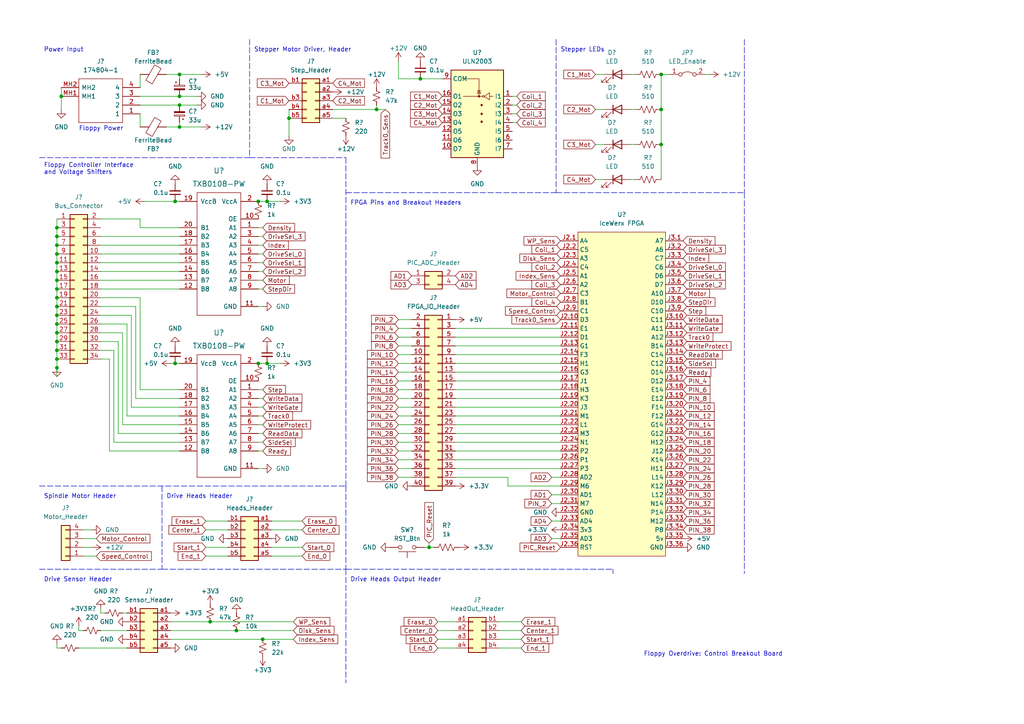
<source format=kicad_sch>
(kicad_sch (version 20211123) (generator eeschema)
  (paper "A4")
  (junction (at 16.51 88.9))
  (junction (at 16.51 68.58))
  (junction (at 16.51 93.98))
  (junction (at 16.51 66.04))
  (junction (at 16.51 73.66))
  (junction (at 74.93 58.42))
  (junction (at 16.51 99.06))
  (junction (at 16.51 71.12))
  (junction (at 16.51 106.68))
  (junction (at 76.2 185.42))
  (junction (at 77.47 105.41))
  (junction (at 50.8 58.42))
  (junction (at 16.51 96.52))
  (junction (at 83.82 34.29))
  (junction (at 16.51 76.2))
  (junction (at 50.8 105.41))
  (junction (at 68.58 182.88))
  (junction (at 16.51 91.44))
  (junction (at 17.78 27.94))
  (junction (at 121.92 22.86))
  (junction (at 52.07 21.59))
  (junction (at 60.96 180.34))
  (junction (at 16.51 81.28))
  (junction (at 74.93 105.41))
  (junction (at 52.07 30.48))
  (junction (at 191.77 41.91))
  (junction (at 109.22 31.75))
  (junction (at 16.51 104.14))
  (junction (at 124.46 158.75))
  (junction (at 16.51 78.74))
  (junction (at 191.77 31.75))
  (junction (at 16.51 86.36))
  (junction (at 16.51 101.6))
  (junction (at 16.51 83.82))
  (junction (at 77.47 58.42))
  (junction (at 52.07 27.94))
  (junction (at 191.77 21.59))
  (junction (at 52.07 36.83))
  (wire (pts (xy 16.51 88.9) (xy 16.51 91.44)))
  (wire (pts (xy 132.08 100.33) (xy 162.56 100.33)))
  (wire (pts (xy 74.93 88.9) (xy 76.2 88.9)))
  (wire (pts (xy 29.21 176.53) (xy 29.21 177.8)))
  (wire (pts (xy 115.57 107.95) (xy 119.38 107.95)))
  (wire (pts (xy 132.08 138.43) (xy 147.32 138.43)))
  (wire (pts (xy 30.48 177.8) (xy 29.21 177.8)))
  (wire (pts (xy 78.74 151.13) (xy 87.63 151.13)))
  (wire (pts (xy 59.69 161.29) (xy 66.04 161.29)))
  (wire (pts (xy 96.52 31.75) (xy 109.22 31.75)))
  (wire (pts (xy 29.21 63.5) (xy 40.64 63.5)))
  (wire (pts (xy 52.07 27.94) (xy 57.15 27.94)))
  (wire (pts (xy 33.02 128.27) (xy 33.02 101.6)))
  (wire (pts (xy 74.93 120.65) (xy 76.2 120.65)))
  (wire (pts (xy 52.07 128.27) (xy 33.02 128.27)))
  (wire (pts (xy 48.26 36.83) (xy 52.07 36.83)))
  (wire (pts (xy 16.51 71.12) (xy 16.51 73.66)))
  (wire (pts (xy 29.21 83.82) (xy 52.07 83.82)))
  (wire (pts (xy 132.08 113.03) (xy 162.56 113.03)))
  (wire (pts (xy 49.53 182.88) (xy 68.58 182.88)))
  (wire (pts (xy 115.57 22.86) (xy 121.92 22.86)))
  (wire (pts (xy 115.57 128.27) (xy 119.38 128.27)))
  (wire (pts (xy 24.13 161.29) (xy 27.94 161.29)))
  (wire (pts (xy 16.51 106.68) (xy 16.51 109.22)))
  (wire (pts (xy 115.57 125.73) (xy 119.38 125.73)))
  (wire (pts (xy 144.78 182.88) (xy 151.13 182.88)))
  (wire (pts (xy 81.28 105.41) (xy 77.47 105.41)))
  (wire (pts (xy 172.72 52.07) (xy 175.26 52.07)))
  (wire (pts (xy 48.26 21.59) (xy 52.07 21.59)))
  (wire (pts (xy 74.93 123.19) (xy 76.2 123.19)))
  (polyline (pts (xy 11.43 165.1) (xy 46.99 165.1)))
  (polyline (pts (xy 100.33 45.72) (xy 100.33 140.97)))
  (wire (pts (xy 121.92 22.86) (xy 128.27 22.86)))
  (wire (pts (xy 74.93 83.82) (xy 76.2 83.82)))
  (wire (pts (xy 132.08 105.41) (xy 162.56 105.41)))
  (wire (pts (xy 24.13 182.88) (xy 22.86 182.88)))
  (wire (pts (xy 16.51 96.52) (xy 16.51 99.06)))
  (wire (pts (xy 74.93 115.57) (xy 76.2 115.57)))
  (wire (pts (xy 160.02 151.13) (xy 162.56 151.13)))
  (wire (pts (xy 29.21 68.58) (xy 52.07 68.58)))
  (wire (pts (xy 74.93 66.04) (xy 76.2 66.04)))
  (wire (pts (xy 115.57 97.79) (xy 119.38 97.79)))
  (wire (pts (xy 35.56 96.52) (xy 35.56 123.19)))
  (wire (pts (xy 40.64 66.04) (xy 40.64 63.5)))
  (wire (pts (xy 109.22 31.75) (xy 109.22 30.48)))
  (wire (pts (xy 132.08 128.27) (xy 162.56 128.27)))
  (wire (pts (xy 115.57 118.11) (xy 119.38 118.11)))
  (wire (pts (xy 38.1 118.11) (xy 52.07 118.11)))
  (wire (pts (xy 59.69 158.75) (xy 66.04 158.75)))
  (wire (pts (xy 115.57 123.19) (xy 119.38 123.19)))
  (wire (pts (xy 132.08 120.65) (xy 162.56 120.65)))
  (wire (pts (xy 52.07 36.83) (xy 58.42 36.83)))
  (wire (pts (xy 191.77 21.59) (xy 194.31 21.59)))
  (polyline (pts (xy 46.99 140.97) (xy 46.99 165.1)))
  (wire (pts (xy 16.51 66.04) (xy 16.51 68.58)))
  (wire (pts (xy 31.75 104.14) (xy 31.75 130.81)))
  (polyline (pts (xy 100.33 140.97) (xy 100.33 140.97)))
  (wire (pts (xy 74.93 68.58) (xy 76.2 68.58)))
  (wire (pts (xy 74.93 81.28) (xy 76.2 81.28)))
  (wire (pts (xy 29.21 182.88) (xy 36.83 182.88)))
  (wire (pts (xy 78.74 158.75) (xy 87.63 158.75)))
  (wire (pts (xy 115.57 110.49) (xy 119.38 110.49)))
  (wire (pts (xy 148.59 33.02) (xy 149.86 33.02)))
  (polyline (pts (xy 161.29 11.43) (xy 161.29 55.88)))
  (wire (pts (xy 29.21 91.44) (xy 38.1 91.44)))
  (wire (pts (xy 38.1 91.44) (xy 38.1 118.11)))
  (wire (pts (xy 16.51 86.36) (xy 16.51 88.9)))
  (wire (pts (xy 160.02 143.51) (xy 162.56 143.51)))
  (wire (pts (xy 34.29 99.06) (xy 34.29 125.73)))
  (wire (pts (xy 52.07 113.03) (xy 40.64 113.03)))
  (wire (pts (xy 39.37 88.9) (xy 39.37 115.57)))
  (wire (pts (xy 148.59 35.56) (xy 149.86 35.56)))
  (wire (pts (xy 160.02 146.05) (xy 162.56 146.05)))
  (wire (pts (xy 132.08 115.57) (xy 162.56 115.57)))
  (wire (pts (xy 16.51 76.2) (xy 16.51 78.74)))
  (wire (pts (xy 16.51 91.44) (xy 16.51 93.98)))
  (wire (pts (xy 40.64 27.94) (xy 52.07 27.94)))
  (wire (pts (xy 83.82 34.29) (xy 83.82 39.37)))
  (wire (pts (xy 191.77 41.91) (xy 191.77 52.07)))
  (wire (pts (xy 16.51 73.66) (xy 16.51 76.2)))
  (wire (pts (xy 17.78 187.96) (xy 16.51 187.96)))
  (wire (pts (xy 22.86 187.96) (xy 36.83 187.96)))
  (wire (pts (xy 29.21 81.28) (xy 52.07 81.28)))
  (wire (pts (xy 182.88 52.07) (xy 184.15 52.07)))
  (wire (pts (xy 74.93 71.12) (xy 76.2 71.12)))
  (wire (pts (xy 29.21 71.12) (xy 52.07 71.12)))
  (wire (pts (xy 29.21 73.66) (xy 52.07 73.66)))
  (wire (pts (xy 36.83 120.65) (xy 52.07 120.65)))
  (wire (pts (xy 132.08 130.81) (xy 162.56 130.81)))
  (wire (pts (xy 40.64 113.03) (xy 40.64 86.36)))
  (wire (pts (xy 17.78 25.4) (xy 17.78 27.94)))
  (wire (pts (xy 78.74 153.67) (xy 87.63 153.67)))
  (wire (pts (xy 132.08 102.87) (xy 162.56 102.87)))
  (wire (pts (xy 40.64 86.36) (xy 29.21 86.36)))
  (wire (pts (xy 74.93 76.2) (xy 76.2 76.2)))
  (wire (pts (xy 115.57 102.87) (xy 119.38 102.87)))
  (wire (pts (xy 16.51 78.74) (xy 16.51 81.28)))
  (wire (pts (xy 24.13 156.21) (xy 27.94 156.21)))
  (wire (pts (xy 52.07 36.83) (xy 52.07 35.56)))
  (wire (pts (xy 77.47 58.42) (xy 74.93 58.42)))
  (wire (pts (xy 74.93 73.66) (xy 76.2 73.66)))
  (wire (pts (xy 78.74 161.29) (xy 87.63 161.29)))
  (wire (pts (xy 34.29 125.73) (xy 52.07 125.73)))
  (wire (pts (xy 29.21 104.14) (xy 31.75 104.14)))
  (wire (pts (xy 24.13 158.75) (xy 26.67 158.75)))
  (wire (pts (xy 191.77 31.75) (xy 191.77 41.91)))
  (wire (pts (xy 50.8 105.41) (xy 49.53 105.41)))
  (wire (pts (xy 115.57 133.35) (xy 119.38 133.35)))
  (wire (pts (xy 35.56 123.19) (xy 52.07 123.19)))
  (wire (pts (xy 52.07 58.42) (xy 50.8 58.42)))
  (wire (pts (xy 132.08 97.79) (xy 162.56 97.79)))
  (wire (pts (xy 172.72 31.75) (xy 175.26 31.75)))
  (wire (pts (xy 148.59 30.48) (xy 149.86 30.48)))
  (wire (pts (xy 17.78 27.94) (xy 17.78 31.75)))
  (polyline (pts (xy 215.9 55.88) (xy 215.9 166.37)))
  (wire (pts (xy 16.51 68.58) (xy 16.51 71.12)))
  (polyline (pts (xy 72.39 11.43) (xy 72.39 45.72)))
  (polyline (pts (xy 100.33 165.1) (xy 177.8 165.1)))
  (wire (pts (xy 16.51 93.98) (xy 16.51 96.52)))
  (polyline (pts (xy 72.39 45.72) (xy 100.33 45.72)))
  (wire (pts (xy 74.93 113.03) (xy 76.2 113.03)))
  (wire (pts (xy 24.13 153.67) (xy 26.67 153.67)))
  (wire (pts (xy 81.28 58.42) (xy 77.47 58.42)))
  (wire (pts (xy 36.83 93.98) (xy 36.83 120.65)))
  (wire (pts (xy 127 187.96) (xy 132.08 187.96)))
  (wire (pts (xy 40.64 66.04) (xy 52.07 66.04)))
  (polyline (pts (xy 100.33 55.88) (xy 161.29 55.88)))
  (wire (pts (xy 52.07 21.59) (xy 58.42 21.59)))
  (wire (pts (xy 40.64 33.02) (xy 40.64 36.83)))
  (wire (pts (xy 31.75 130.81) (xy 52.07 130.81)))
  (wire (pts (xy 49.53 185.42) (xy 76.2 185.42)))
  (wire (pts (xy 39.37 115.57) (xy 52.07 115.57)))
  (wire (pts (xy 77.47 105.41) (xy 74.93 105.41)))
  (polyline (pts (xy 46.99 165.1) (xy 100.33 165.1)))
  (wire (pts (xy 52.07 30.48) (xy 57.15 30.48)))
  (wire (pts (xy 115.57 115.57) (xy 119.38 115.57)))
  (wire (pts (xy 127 185.42) (xy 132.08 185.42)))
  (wire (pts (xy 132.08 135.89) (xy 162.56 135.89)))
  (wire (pts (xy 148.59 27.94) (xy 149.86 27.94)))
  (wire (pts (xy 40.64 21.59) (xy 40.64 25.4)))
  (wire (pts (xy 172.72 21.59) (xy 175.26 21.59)))
  (polyline (pts (xy 11.43 140.97) (xy 100.33 140.97)))
  (wire (pts (xy 147.32 138.43) (xy 147.32 140.97)))
  (polyline (pts (xy 100.33 140.97) (xy 100.33 165.1)))
  (wire (pts (xy 147.32 140.97) (xy 162.56 140.97)))
  (polyline (pts (xy 161.29 55.88) (xy 215.9 55.88)))
  (wire (pts (xy 96.52 34.29) (xy 100.33 34.29)))
  (wire (pts (xy 29.21 99.06) (xy 34.29 99.06)))
  (wire (pts (xy 115.57 100.33) (xy 119.38 100.33)))
  (wire (pts (xy 16.51 101.6) (xy 16.51 104.14)))
  (wire (pts (xy 16.51 186.69) (xy 16.51 187.96)))
  (wire (pts (xy 16.51 81.28) (xy 16.51 83.82)))
  (wire (pts (xy 115.57 22.86) (xy 115.57 17.78)))
  (wire (pts (xy 41.91 58.42) (xy 50.8 58.42)))
  (wire (pts (xy 29.21 76.2) (xy 52.07 76.2)))
  (wire (pts (xy 29.21 96.52) (xy 35.56 96.52)))
  (polyline (pts (xy 11.43 45.72) (xy 72.39 45.72)))
  (wire (pts (xy 74.93 128.27) (xy 76.2 128.27)))
  (wire (pts (xy 29.21 78.74) (xy 52.07 78.74)))
  (wire (pts (xy 74.93 130.81) (xy 76.2 130.81)))
  (wire (pts (xy 204.47 21.59) (xy 205.74 21.59)))
  (wire (pts (xy 144.78 180.34) (xy 151.13 180.34)))
  (wire (pts (xy 49.53 180.34) (xy 60.96 180.34)))
  (wire (pts (xy 132.08 107.95) (xy 162.56 107.95)))
  (wire (pts (xy 160.02 156.21) (xy 162.56 156.21)))
  (wire (pts (xy 132.08 133.35) (xy 162.56 133.35)))
  (wire (pts (xy 16.51 99.06) (xy 16.51 101.6)))
  (wire (pts (xy 182.88 21.59) (xy 184.15 21.59)))
  (wire (pts (xy 182.88 41.91) (xy 184.15 41.91)))
  (wire (pts (xy 123.19 158.75) (xy 124.46 158.75)))
  (wire (pts (xy 132.08 123.19) (xy 162.56 123.19)))
  (wire (pts (xy 132.08 118.11) (xy 162.56 118.11)))
  (wire (pts (xy 191.77 21.59) (xy 191.77 31.75)))
  (polyline (pts (xy 177.8 165.1) (xy 177.8 166.37)))
  (wire (pts (xy 74.93 118.11) (xy 76.2 118.11)))
  (polyline (pts (xy 100.33 165.1) (xy 100.33 198.12)))
  (wire (pts (xy 115.57 138.43) (xy 119.38 138.43)))
  (wire (pts (xy 60.96 180.34) (xy 85.09 180.34)))
  (wire (pts (xy 144.78 185.42) (xy 151.13 185.42)))
  (wire (pts (xy 29.21 88.9) (xy 39.37 88.9)))
  (wire (pts (xy 115.57 95.25) (xy 119.38 95.25)))
  (wire (pts (xy 124.46 158.75) (xy 125.73 158.75)))
  (wire (pts (xy 16.51 63.5) (xy 16.51 66.04)))
  (wire (pts (xy 115.57 120.65) (xy 119.38 120.65)))
  (wire (pts (xy 132.08 110.49) (xy 162.56 110.49)))
  (wire (pts (xy 59.69 151.13) (xy 66.04 151.13)))
  (wire (pts (xy 68.58 182.88) (xy 85.09 182.88)))
  (wire (pts (xy 74.93 135.89) (xy 76.2 135.89)))
  (wire (pts (xy 172.72 41.91) (xy 175.26 41.91)))
  (wire (pts (xy 132.08 125.73) (xy 162.56 125.73)))
  (wire (pts (xy 182.88 31.75) (xy 184.15 31.75)))
  (wire (pts (xy 59.69 153.67) (xy 66.04 153.67)))
  (polyline (pts (xy 215.9 11.43) (xy 215.9 55.88)))
  (wire (pts (xy 124.46 158.75) (xy 124.46 157.48)))
  (wire (pts (xy 16.51 83.82) (xy 16.51 86.36)))
  (wire (pts (xy 74.93 78.74) (xy 76.2 78.74)))
  (wire (pts (xy 109.22 31.75) (xy 111.76 31.75)))
  (wire (pts (xy 132.08 95.25) (xy 162.56 95.25)))
  (wire (pts (xy 127 182.88) (xy 132.08 182.88)))
  (wire (pts (xy 35.56 177.8) (xy 36.83 177.8)))
  (wire (pts (xy 40.64 30.48) (xy 52.07 30.48)))
  (wire (pts (xy 76.2 185.42) (xy 85.09 185.42)))
  (wire (pts (xy 127 180.34) (xy 132.08 180.34)))
  (wire (pts (xy 33.02 101.6) (xy 29.21 101.6)))
  (wire (pts (xy 22.86 181.61) (xy 22.86 182.88)))
  (wire (pts (xy 115.57 113.03) (xy 119.38 113.03)))
  (wire (pts (xy 29.21 93.98) (xy 36.83 93.98)))
  (wire (pts (xy 16.51 104.14) (xy 16.51 106.68)))
  (wire (pts (xy 115.57 130.81) (xy 119.38 130.81)))
  (wire (pts (xy 115.57 105.41) (xy 119.38 105.41)))
  (wire (pts (xy 115.57 92.71) (xy 119.38 92.71)))
  (wire (pts (xy 52.07 21.59) (xy 52.07 22.86)))
  (wire (pts (xy 52.07 105.41) (xy 50.8 105.41)))
  (wire (pts (xy 115.57 135.89) (xy 119.38 135.89)))
  (wire (pts (xy 144.78 187.96) (xy 151.13 187.96)))
  (wire (pts (xy 160.02 138.43) (xy 162.56 138.43)))
  (wire (pts (xy 83.82 31.75) (xy 83.82 34.29)))
  (wire (pts (xy 74.93 125.73) (xy 76.2 125.73)))
  (text "FPGA Pins and Breakout Headers" (at 101.6 59.69 0) (effects (font (size 1.27 1.27)) (justify left bottom)))
  (text "Drive Sensor Header" (at 12.7 168.91 0) (effects (font (size 1.27 1.27)) (justify left bottom)))
  (text "Spindle Motor Header" (at 12.7 144.78 0) (effects (font (size 1.27 1.27)) (justify left bottom)))
  (text "Floppy Controller Interface\nand Voltage Shifters" (at 12.7 50.8 0) (effects (font (size 1.27 1.27)) (justify left bottom)))
  (text "Stepper Motor Driver, Header" (at 73.66 15.24 0) (effects (font (size 1.27 1.27)) (justify left bottom)))
  (text "Drive Heads Header" (at 48.26 144.78 0) (effects (font (size 1.27 1.27)) (justify left bottom)))
  (text "Stepper LEDs" (at 162.56 15.24 0) (effects (font (size 1.27 1.27)) (justify left bottom)))
  (text "Floppy Overdrive: Control Breakout Board" (at 186.69 190.5 0) (effects (font (size 1.27 1.27)) (justify left bottom)))
  (text "Floppy Power" (at 22.86 38.1 0) (effects (font (size 1.27 1.27)) (justify left bottom)))
  (text "Drive Heads Output Header" (at 101.6 168.91 0) (effects (font (size 1.27 1.27)) (justify left bottom)))
  (text "Power Input" (at 12.7 15.24 0) (effects (font (size 1.27 1.27)) (justify left bottom)))
  (global_label "C4_Mot" (shape input) (at 96.52 24.13 0) (property "Intersheet References" "${INTERSHEET_REFS}" (effects hide)))
  (global_label "PIN_4" (shape input) (at 115.57 95.25 180) (property "Intersheet References" "${INTERSHEET_REFS}" (effects hide)))
  (global_label "Track0_Sens" (shape input) (at 111.76 31.75 270) (property "Intersheet References" "${INTERSHEET_REFS}" (effects hide)))
  (global_label "C4_Mot" (shape input) (at 128.27 35.56 180) (property "Intersheet References" "${INTERSHEET_REFS}" (effects hide)))
  (global_label "AD2" (shape input) (at 160.02 138.43 180) (property "Intersheet References" "${INTERSHEET_REFS}" (effects hide)))
  (global_label "Disk_Sens" (shape input) (at 85.09 182.88 0) (property "Intersheet References" "${INTERSHEET_REFS}" (effects hide)))
  (global_label "WP_Sens" (shape input) (at 162.56 69.85 180) (property "Intersheet References" "${INTERSHEET_REFS}" (effects hide)))
  (global_label "PIN_8" (shape input) (at 115.57 100.33 180) (property "Intersheet References" "${INTERSHEET_REFS}" (effects hide)))
  (global_label "WriteProtect" (shape input) (at 198.12 100.33 0) (property "Intersheet References" "${INTERSHEET_REFS}" (effects hide)))
  (global_label "C1_Mot" (shape input) (at 128.27 27.94 180) (property "Intersheet References" "${INTERSHEET_REFS}" (effects hide)))
  (global_label "C2_Mot" (shape input) (at 172.72 31.75 180) (property "Intersheet References" "${INTERSHEET_REFS}" (effects hide)))
  (global_label "PIN_18" (shape input) (at 198.12 128.27 0) (property "Intersheet References" "${INTERSHEET_REFS}" (effects hide)))
  (global_label "Erase_0" (shape input) (at 87.63 151.13 0) (property "Intersheet References" "${INTERSHEET_REFS}" (effects hide)))
  (global_label "Motor" (shape input) (at 198.12 85.09 0) (property "Intersheet References" "${INTERSHEET_REFS}" (effects hide)))
  (global_label "Start_1" (shape input) (at 59.69 158.75 180) (property "Intersheet References" "${INTERSHEET_REFS}" (effects hide)))
  (global_label "PIN_28" (shape input) (at 198.12 140.97 0) (property "Intersheet References" "${INTERSHEET_REFS}" (effects hide)))
  (global_label "PIN_6" (shape input) (at 115.57 97.79 180) (property "Intersheet References" "${INTERSHEET_REFS}" (effects hide)))
  (global_label "End_0" (shape input) (at 127 187.96 180) (property "Intersheet References" "${INTERSHEET_REFS}" (effects hide)))
  (global_label "Speed_Control" (shape input) (at 162.56 90.17 180) (property "Intersheet References" "${INTERSHEET_REFS}" (effects hide)))
  (global_label "Center_1" (shape input) (at 59.69 153.67 180) (property "Intersheet References" "${INTERSHEET_REFS}" (effects hide)))
  (global_label "AD2" (shape input) (at 132.08 80.01 0) (property "Intersheet References" "${INTERSHEET_REFS}" (effects hide)))
  (global_label "Step" (shape input) (at 198.12 90.17 0) (property "Intersheet References" "${INTERSHEET_REFS}" (effects hide)))
  (global_label "C1_Mot" (shape input) (at 172.72 21.59 180) (property "Intersheet References" "${INTERSHEET_REFS}" (effects hide)))
  (global_label "PIN_32" (shape input) (at 115.57 130.81 180) (property "Intersheet References" "${INTERSHEET_REFS}" (effects hide)))
  (global_label "WriteGate" (shape input) (at 198.12 95.25 0) (property "Intersheet References" "${INTERSHEET_REFS}" (effects hide)))
  (global_label "Speed_Control" (shape input) (at 27.94 161.29 0) (property "Intersheet References" "${INTERSHEET_REFS}" (effects hide)))
  (global_label "Coil_2" (shape input) (at 149.86 30.48 0) (property "Intersheet References" "${INTERSHEET_REFS}" (effects hide)))
  (global_label "Coil_4" (shape input) (at 149.86 35.56 0) (property "Intersheet References" "${INTERSHEET_REFS}" (effects hide)))
  (global_label "Coil_3" (shape input) (at 149.86 33.02 0) (property "Intersheet References" "${INTERSHEET_REFS}" (effects hide)))
  (global_label "C4_Mot" (shape input) (at 172.72 52.07 180) (property "Intersheet References" "${INTERSHEET_REFS}" (effects hide)))
  (global_label "End_1" (shape input) (at 151.13 187.96 0) (property "Intersheet References" "${INTERSHEET_REFS}" (effects hide)))
  (global_label "AD1" (shape input) (at 160.02 143.51 180) (property "Intersheet References" "${INTERSHEET_REFS}" (effects hide)))
  (global_label "Center_0" (shape input) (at 127 182.88 180) (property "Intersheet References" "${INTERSHEET_REFS}" (effects hide)))
  (global_label "Start_0" (shape input) (at 127 185.42 180) (property "Intersheet References" "${INTERSHEET_REFS}" (effects hide)))
  (global_label "PIN_14" (shape input) (at 115.57 107.95 180) (property "Intersheet References" "${INTERSHEET_REFS}" (effects hide)))
  (global_label "Coil_2" (shape input) (at 162.56 77.47 180) (property "Intersheet References" "${INTERSHEET_REFS}" (effects hide)))
  (global_label "PIN_26" (shape input) (at 115.57 123.19 180) (property "Intersheet References" "${INTERSHEET_REFS}" (effects hide)))
  (global_label "PIN_38" (shape input) (at 198.12 153.67 0) (property "Intersheet References" "${INTERSHEET_REFS}" (effects hide)))
  (global_label "PIN_20" (shape input) (at 115.57 115.57 180) (property "Intersheet References" "${INTERSHEET_REFS}" (effects hide)))
  (global_label "Track0_Sens" (shape input) (at 162.56 92.71 180) (property "Intersheet References" "${INTERSHEET_REFS}" (effects hide)))
  (global_label "DriveSel_0" (shape input) (at 76.2 73.66 0) (property "Intersheet References" "${INTERSHEET_REFS}" (effects hide)))
  (global_label "Track0" (shape input) (at 76.2 120.65 0) (property "Intersheet References" "${INTERSHEET_REFS}" (effects hide)))
  (global_label "DriveSel_1" (shape input) (at 76.2 76.2 0) (property "Intersheet References" "${INTERSHEET_REFS}" (effects hide)))
  (global_label "Coil_3" (shape input) (at 162.56 82.55 180) (property "Intersheet References" "${INTERSHEET_REFS}" (effects hide)))
  (global_label "AD3" (shape input) (at 160.02 156.21 180) (property "Intersheet References" "${INTERSHEET_REFS}" (effects hide)))
  (global_label "AD4" (shape input) (at 132.08 82.55 0) (property "Intersheet References" "${INTERSHEET_REFS}" (effects hide)))
  (global_label "PIN_22" (shape input) (at 115.57 118.11 180) (property "Intersheet References" "${INTERSHEET_REFS}" (effects hide)))
  (global_label "PIN_34" (shape input) (at 115.57 133.35 180) (property "Intersheet References" "${INTERSHEET_REFS}" (effects hide)))
  (global_label "Start_1" (shape input) (at 151.13 185.42 0) (property "Intersheet References" "${INTERSHEET_REFS}" (effects hide)))
  (global_label "PIN_2" (shape input) (at 115.57 92.71 180) (property "Intersheet References" "${INTERSHEET_REFS}" (effects hide)))
  (global_label "C3_Mot" (shape input) (at 172.72 41.91 180) (property "Intersheet References" "${INTERSHEET_REFS}" (effects hide)))
  (global_label "PIN_10" (shape input) (at 115.57 102.87 180) (property "Intersheet References" "${INTERSHEET_REFS}" (effects hide)))
  (global_label "PIN_34" (shape input) (at 198.12 148.59 0) (property "Intersheet References" "${INTERSHEET_REFS}" (effects hide)))
  (global_label "Center_0" (shape input) (at 87.63 153.67 0) (property "Intersheet References" "${INTERSHEET_REFS}" (effects hide)))
  (global_label "PIN_24" (shape input) (at 115.57 120.65 180) (property "Intersheet References" "${INTERSHEET_REFS}" (effects hide)))
  (global_label "Density" (shape input) (at 198.12 69.85 0) (property "Intersheet References" "${INTERSHEET_REFS}" (effects hide)))
  (global_label "PIC_Reset" (shape input) (at 162.56 158.75 180) (property "Intersheet References" "${INTERSHEET_REFS}" (effects hide)))
  (global_label "PIN_4" (shape input) (at 198.12 110.49 0) (property "Intersheet References" "${INTERSHEET_REFS}" (effects hide)))
  (global_label "PIN_10" (shape input) (at 198.12 118.11 0) (property "Intersheet References" "${INTERSHEET_REFS}" (effects hide)))
  (global_label "DriveSel_0" (shape input) (at 198.12 77.47 0) (property "Intersheet References" "${INTERSHEET_REFS}" (effects hide)))
  (global_label "Erase_1" (shape input) (at 59.69 151.13 180) (property "Intersheet References" "${INTERSHEET_REFS}" (effects hide)))
  (global_label "Index_Sens" (shape input) (at 162.56 80.01 180) (property "Intersheet References" "${INTERSHEET_REFS}" (effects hide)))
  (global_label "Disk_Sens" (shape input) (at 162.56 74.93 180) (property "Intersheet References" "${INTERSHEET_REFS}" (effects hide)))
  (global_label "PIN_8" (shape input) (at 198.12 115.57 0) (property "Intersheet References" "${INTERSHEET_REFS}" (effects hide)))
  (global_label "ReadData" (shape input) (at 76.2 125.73 0) (property "Intersheet References" "${INTERSHEET_REFS}" (effects hide)))
  (global_label "SideSel" (shape input) (at 76.2 128.27 0) (property "Intersheet References" "${INTERSHEET_REFS}" (effects hide)))
  (global_label "PIN_20" (shape input) (at 198.12 130.81 0) (property "Intersheet References" "${INTERSHEET_REFS}" (effects hide)))
  (global_label "End_1" (shape input) (at 59.69 161.29 180) (property "Intersheet References" "${INTERSHEET_REFS}" (effects hide)))
  (global_label "WP_Sens" (shape input) (at 85.09 180.34 0) (property "Intersheet References" "${INTERSHEET_REFS}" (effects hide)))
  (global_label "Erase_1" (shape input) (at 151.13 180.34 0) (property "Intersheet References" "${INTERSHEET_REFS}" (effects hide)))
  (global_label "AD3" (shape input) (at 119.38 82.55 180) (property "Intersheet References" "${INTERSHEET_REFS}" (effects hide)))
  (global_label "PIN_14" (shape input) (at 198.12 123.19 0) (property "Intersheet References" "${INTERSHEET_REFS}" (effects hide)))
  (global_label "PIN_18" (shape input) (at 115.57 113.03 180) (property "Intersheet References" "${INTERSHEET_REFS}" (effects hide)))
  (global_label "SideSel" (shape input) (at 198.12 105.41 0) (property "Intersheet References" "${INTERSHEET_REFS}" (effects hide)))
  (global_label "C2_Mot" (shape input) (at 96.52 29.21 0) (property "Intersheet References" "${INTERSHEET_REFS}" (effects hide)))
  (global_label "Motor" (shape input) (at 76.2 81.28 0) (property "Intersheet References" "${INTERSHEET_REFS}" (effects hide)))
  (global_label "DriveSel_3" (shape input) (at 76.2 68.58 0) (property "Intersheet References" "${INTERSHEET_REFS}" (effects hide)))
  (global_label "DriveSel_3" (shape input) (at 198.12 72.39 0) (property "Intersheet References" "${INTERSHEET_REFS}" (effects hide)))
  (global_label "PIN_26" (shape input) (at 198.12 138.43 0) (property "Intersheet References" "${INTERSHEET_REFS}" (effects hide)))
  (global_label "C1_Mot" (shape input) (at 83.82 29.21 180) (property "Intersheet References" "${INTERSHEET_REFS}" (effects hide)))
  (global_label "PIN_36" (shape input) (at 198.12 151.13 0) (property "Intersheet References" "${INTERSHEET_REFS}" (effects hide)))
  (global_label "Motor_Control" (shape input) (at 162.56 85.09 180) (property "Intersheet References" "${INTERSHEET_REFS}" (effects hide)))
  (global_label "Ready" (shape input) (at 76.2 130.81 0) (property "Intersheet References" "${INTERSHEET_REFS}" (effects hide)))
  (global_label "StepDir" (shape input) (at 198.12 87.63 0) (property "Intersheet References" "${INTERSHEET_REFS}" (effects hide)))
  (global_label "PIN_16" (shape input) (at 198.12 125.73 0) (property "Intersheet References" "${INTERSHEET_REFS}" (effects hide)))
  (global_label "Index_Sens" (shape input) (at 85.09 185.42 0) (property "Intersheet References" "${INTERSHEET_REFS}" (effects hide)))
  (global_label "PIN_30" (shape input) (at 198.12 143.51 0) (property "Intersheet References" "${INTERSHEET_REFS}" (effects hide)))
  (global_label "PIN_12" (shape input) (at 115.57 105.41 180) (property "Intersheet References" "${INTERSHEET_REFS}" (effects hide)))
  (global_label "Density" (shape input) (at 76.2 66.04 0) (property "Intersheet References" "${INTERSHEET_REFS}" (effects hide)))
  (global_label "PIN_12" (shape input) (at 198.12 120.65 0) (property "Intersheet References" "${INTERSHEET_REFS}" (effects hide)))
  (global_label "PIN_30" (shape input) (at 115.57 128.27 180) (property "Intersheet References" "${INTERSHEET_REFS}" (effects hide)))
  (global_label "Start_0" (shape input) (at 87.63 158.75 0) (property "Intersheet References" "${INTERSHEET_REFS}" (effects hide)))
  (global_label "Index" (shape input) (at 76.2 71.12 0) (property "Intersheet References" "${INTERSHEET_REFS}" (effects hide)))
  (global_label "DriveSel_2" (shape input) (at 76.2 78.74 0) (property "Intersheet References" "${INTERSHEET_REFS}" (effects hide)))
  (global_label "Coil_4" (shape input) (at 162.56 87.63 180) (property "Intersheet References" "${INTERSHEET_REFS}" (effects hide)))
  (global_label "C2_Mot" (shape input) (at 128.27 30.48 180) (property "Intersheet References" "${INTERSHEET_REFS}" (effects hide)))
  (global_label "PIN_24" (shape input) (at 198.12 135.89 0) (property "Intersheet References" "${INTERSHEET_REFS}" (effects hide)))
  (global_label "PIN_6" (shape input) (at 198.12 113.03 0) (property "Intersheet References" "${INTERSHEET_REFS}" (effects hide)))
  (global_label "PIN_16" (shape input) (at 115.57 110.49 180) (property "Intersheet References" "${INTERSHEET_REFS}" (effects hide)))
  (global_label "PIN_36" (shape input) (at 115.57 135.89 180) (property "Intersheet References" "${INTERSHEET_REFS}" (effects hide)))
  (global_label "PIC_Reset" (shape input) (at 124.46 157.48 90) (property "Intersheet References" "${INTERSHEET_REFS}" (effects hide)))
  (global_label "C3_Mot" (shape input) (at 83.82 24.13 180) (property "Intersheet References" "${INTERSHEET_REFS}" (effects hide)))
  (global_label "Ready" (shape input) (at 198.12 107.95 0) (property "Intersheet References" "${INTERSHEET_REFS}" (effects hide)))
  (global_label "ReadData" (shape input) (at 198.12 102.87 0) (property "Intersheet References" "${INTERSHEET_REFS}" (effects hide)))
  (global_label "PIN_22" (shape input) (at 198.12 133.35 0) (property "Intersheet References" "${INTERSHEET_REFS}" (effects hide)))
  (global_label "PIN_32" (shape input) (at 198.12 146.05 0) (property "Intersheet References" "${INTERSHEET_REFS}" (effects hide)))
  (global_label "Motor_Control" (shape input) (at 27.94 156.21 0) (property "Intersheet References" "${INTERSHEET_REFS}" (effects hide)))
  (global_label "PIN_2" (shape input) (at 160.02 146.05 180) (property "Intersheet References" "${INTERSHEET_REFS}" (effects hide)))
  (global_label "StepDir" (shape input) (at 76.2 83.82 0) (property "Intersheet References" "${INTERSHEET_REFS}" (effects hide)))
  (global_label "Index" (shape input) (at 198.12 74.93 0) (property "Intersheet References" "${INTERSHEET_REFS}" (effects hide)))
  (global_label "Track0" (shape input) (at 198.12 97.79 0) (property "Intersheet References" "${INTERSHEET_REFS}" (effects hide)))
  (global_label "PIN_28" (shape input) (at 115.57 125.73 180) (property "Intersheet References" "${INTERSHEET_REFS}" (effects hide)))
  (global_label "AD4" (shape input) (at 160.02 151.13 180) (property "Intersheet References" "${INTERSHEET_REFS}" (effects hide)))
  (global_label "WriteGate" (shape input) (at 76.2 118.11 0) (property "Intersheet References" "${INTERSHEET_REFS}" (effects hide)))
  (global_label "WriteProtect" (shape input) (at 76.2 123.19 0) (property "Intersheet References" "${INTERSHEET_REFS}" (effects hide)))
  (global_label "Coil_1" (shape input) (at 162.56 72.39 180) (property "Intersheet References" "${INTERSHEET_REFS}" (effects hide)))
  (global_label "PIN_38" (shape input) (at 115.57 138.43 180) (property "Intersheet References" "${INTERSHEET_REFS}" (effects hide)))
  (global_label "AD1" (shape input) (at 119.38 80.01 180) (property "Intersheet References" "${INTERSHEET_REFS}" (effects hide)))
  (global_label "C3_Mot" (shape input) (at 128.27 33.02 180) (property "Intersheet References" "${INTERSHEET_REFS}" (effects hide)))
  (global_label "Erase_0" (shape input) (at 127 180.34 180) (property "Intersheet References" "${INTERSHEET_REFS}" (effects hide)))
  (global_label "Center_1" (shape input) (at 151.13 182.88 0) (property "Intersheet References" "${INTERSHEET_REFS}" (effects hide)))
  (global_label "WriteData" (shape input) (at 198.12 92.71 0) (property "Intersheet References" "${INTERSHEET_REFS}" (effects hide)))
  (global_label "DriveSel_1" (shape input) (at 198.12 80.01 0) (property "Intersheet References" "${INTERSHEET_REFS}" (effects hide)))
  (global_label "Step" (shape input) (at 76.2 113.03 0) (property "Intersheet References" "${INTERSHEET_REFS}" (effects hide)))
  (global_label "End_0" (shape input) (at 87.63 161.29 0) (property "Intersheet References" "${INTERSHEET_REFS}" (effects hide)))
  (global_label "WriteData" (shape input) (at 76.2 115.57 0) (property "Intersheet References" "${INTERSHEET_REFS}" (effects hide)))
  (global_label "Coil_1" (shape input) (at 149.86 27.94 0) (property "Intersheet References" "${INTERSHEET_REFS}" (effects hide)))
  (global_label "DriveSel_2" (shape input) (at 198.12 82.55 0) (property "Intersheet References" "${INTERSHEET_REFS}" (effects hide)))
  (symbol (lib_id "power:GND") (at 68.58 177.8 180) (unit 1)
    (property "Reference" "#PWR0124" (effects hide))
    (property "Value" "GND" (at 68.58 173.99 0))
  )
  (symbol (lib_id "Device:C_Polarized_Small") (at 52.07 25.4 0) (unit 1)
    (property "Reference" "C?" (at 54.61 23.5838 0) (effects (justify left)))
    (property "Value" "33u" (at 54.61 25.4 0) (effects (justify left)))
    (property "Footprint" "Capacitor_THT:CP_Radial_D5.0mm_P2.00mm" (effects hide))
  )
  (symbol (lib_id "Device:R_Small_US") (at 74.93 107.95 0) (unit 1)
    (property "Reference" "R?" (at 77.47 106.6799 0) (effects (justify left)))
    (property "Value" "1k" (at 77.47 109.2199 0) (effects (justify left)))
    (property "Footprint" "Resistor_THT:R_Axial_DIN0207_L6.3mm_D2.5mm_P10.16mm_Horizontal" (effects hide))
  )
  (symbol (lib_id "Device:LED") (at 179.07 31.75 0) (unit 1)
    (property "Reference" "D?" (at 177.4825 25.4 0))
    (property "Value" "LED" (at 177.4825 27.94 0))
    (property "Footprint" "LED_THT:LED_D5.0mm" (effects hide))
  )
  (symbol (lib_id "power:GND") (at 77.47 100.33 180) (unit 1)
    (property "Reference" "#PWR0112" (effects hide))
    (property "Value" "GND" (at 77.47 95.25 0))
  )
  (symbol (lib_id "Device:LED") (at 179.07 52.07 0) (unit 1)
    (property "Reference" "D?" (at 177.4825 45.72 0))
    (property "Value" "LED" (at 177.4825 48.26 0))
    (property "Footprint" "LED_THT:LED_D5.0mm" (effects hide))
  )
  (symbol (lib_id "power:+5V") (at 41.91 58.42 90) (unit 1)
    (property "Reference" "#PWR0101" (effects hide))
    (property "Value" "+5V" (at 38.1 58.4199 90) (effects (justify left)))
  )
  (symbol (lib_id "power:+3V3") (at 81.28 105.41 270) (unit 1)
    (property "Reference" "#PWR0103" (effects hide))
    (property "Value" "+3V3" (at 85.09 105.4099 90) (effects (justify left)))
  )
  (symbol (lib_id "Connector_Generic:Conn_02x05_Row_Letter_First") (at 44.45 182.88 0) (mirror y) (unit 1)
    (property "Reference" "J?" (at 43.18 171.45 0))
    (property "Value" "Sensor_Header" (at 43.18 173.99 0))
    (property "Footprint" "Connector_PinHeader_2.54mm:PinHeader_2x05_P2.54mm_Horizontal" (effects hide))
  )
  (symbol (lib_id "Device:FerriteBead") (at 44.45 36.83 270) (unit 1)
    (property "Reference" "FB?" (at 44.45 43.18 90))
    (property "Value" "FerriteBead" (at 44.45 40.64 90))
    (property "Footprint" "Resistor_SMD:R_1206_3216Metric" (effects hide))
  )
  (symbol (lib_id "power:GND") (at 66.04 156.21 270) (unit 1)
    (property "Reference" "#PWR0127" (effects hide))
    (property "Value" "GND" (at 62.23 156.2099 90) (effects (justify right)))
  )
  (symbol (lib_id "Device:C_Small") (at 50.8 102.87 180) (unit 1)
    (property "Reference" "C?" (at 44.45 100.33 0) (effects (justify right)))
    (property "Value" "0.1u" (at 44.45 102.87 0) (effects (justify right)))
    (property "Footprint" "Capacitor_THT:C_Disc_D5.0mm_W2.5mm_P2.50mm" (effects hide))
  )
  (symbol (lib_id "power:+12V") (at 115.57 17.78 0) (unit 1)
    (property "Reference" "#PWR0111" (effects hide))
    (property "Value" "+12V" (at 115.57 13.97 0))
  )
  (symbol (lib_id "power:GND") (at 121.92 17.78 180) (unit 1)
    (property "Reference" "#PWR?" (effects hide))
    (property "Value" "GND" (at 121.92 13.97 0))
  )
  (symbol (lib_id "power:+12V") (at 205.74 21.59 270) (unit 1)
    (property "Reference" "#PWR?" (effects hide))
    (property "Value" "+12V" (at 209.55 21.5899 90) (effects (justify left)))
  )
  (symbol (lib_id "Device:R_Small_US") (at 26.67 182.88 90) (unit 1)
    (property "Reference" "R?" (at 26.67 176.53 90))
    (property "Value" "220" (at 26.67 179.07 90))
    (property "Footprint" "Resistor_THT:R_Axial_DIN0207_L6.3mm_D2.5mm_P10.16mm_Horizontal" (effects hide))
  )
  (symbol (lib_id "power:GND") (at 49.53 187.96 90) (unit 1)
    (property "Reference" "#PWR0132" (effects hide))
    (property "Value" "GND" (at 53.34 187.9599 90) (effects (justify right)))
  )
  (symbol (lib_id "power:GND") (at 50.8 100.33 180) (unit 1)
    (property "Reference" "#PWR0114" (effects hide))
    (property "Value" "GND" (at 50.8 95.25 0))
  )
  (symbol (lib_id "Device:C_Small") (at 50.8 55.88 180) (unit 1)
    (property "Reference" "C?" (at 44.45 53.34 0) (effects (justify right)))
    (property "Value" "0.1u" (at 44.45 55.88 0) (effects (justify right)))
    (property "Footprint" "Capacitor_THT:C_Disc_D5.0mm_W2.5mm_P2.50mm" (effects hide))
  )
  (symbol (lib_id "Connector_Generic:Conn_01x04") (at 19.05 158.75 180) (unit 1)
    (property "Reference" "J?" (at 19.05 147.32 0))
    (property "Value" "Motor_Header" (at 19.05 149.86 0))
    (property "Footprint" "440055-4:SHDRRA4W50P15X200_1X4_1000X770X525P" (effects hide))
  )
  (symbol (lib_id "power:+3V3") (at 76.2 190.5 180) (unit 1)
    (property "Reference" "#PWR0130" (effects hide))
    (property "Value" "+3V3" (at 76.2 194.31 0))
  )
  (symbol (lib_id "power:+3V3") (at 60.96 175.26 0) (unit 1)
    (property "Reference" "#PWR0125" (effects hide))
    (property "Value" "+3V3" (at 60.96 171.45 0))
  )
  (symbol (lib_id "TXB0108-PW:TXB0108-PW") (at 64.77 120.65 0) (mirror y) (unit 1)
    (property "Reference" "U?" (at 63.5 96.52 0) (effects (font (size 1.524 1.524))))
    (property "Value" "TXB0108-PW" (at 63.5 100.33 0) (effects (font (size 1.524 1.524))))
    (property "Footprint" "Package_SO:TSSOP-20_4.4x6.5mm_P0.65mm" (effects hide))
  )
  (symbol (lib_id "Device:R_Small_US") (at 60.96 177.8 0) (unit 1)
    (property "Reference" "R?" (at 63.5 176.5299 0) (effects (justify left)))
    (property "Value" "47k" (at 63.5 179.0699 0) (effects (justify left)))
    (property "Footprint" "Resistor_THT:R_Axial_DIN0207_L6.3mm_D2.5mm_P10.16mm_Horizontal" (effects hide))
  )
  (symbol (lib_id "power:+12V") (at 109.22 25.4 0) (unit 1)
    (property "Reference" "#PWR?" (effects hide))
    (property "Value" "+12V" (at 109.22 21.59 0))
  )
  (symbol (lib_id "power:GND") (at 16.51 106.68 0) (unit 1)
    (property "Reference" "#PWR0105" (effects hide))
    (property "Value" "GND" (at 16.51 111.76 0))
  )
  (symbol (lib_id "Device:R_US") (at 187.96 52.07 90) (unit 1)
    (property "Reference" "R?" (at 187.96 45.72 90))
    (property "Value" "510" (at 187.96 48.26 90))
    (property "Footprint" "Resistor_THT:R_Axial_DIN0207_L6.3mm_D2.5mm_P10.16mm_Horizontal" (effects hide))
  )
  (symbol (lib_id "power:+3V3") (at 81.28 58.42 270) (unit 1)
    (property "Reference" "#PWR0102" (effects hide))
    (property "Value" "+3V3" (at 85.09 58.4199 90) (effects (justify left)))
  )
  (symbol (lib_id "Device:R_Small_US") (at 68.58 180.34 0) (unit 1)
    (property "Reference" "R?" (at 71.12 179.0699 0) (effects (justify left)))
    (property "Value" "10k" (at 71.12 181.6099 0) (effects (justify left)))
    (property "Footprint" "Resistor_THT:R_Axial_DIN0207_L6.3mm_D2.5mm_P10.16mm_Horizontal" (effects hide))
  )
  (symbol (lib_id "Device:R_Small_US") (at 74.93 60.96 0) (unit 1)
    (property "Reference" "R?" (at 77.47 59.6899 0) (effects (justify left)))
    (property "Value" "1k" (at 77.47 62.2299 0) (effects (justify left)))
    (property "Footprint" "Resistor_THT:R_Axial_DIN0207_L6.3mm_D2.5mm_P10.16mm_Horizontal" (effects hide))
  )
  (symbol (lib_id "power:+12V") (at 58.42 36.83 270) (unit 1)
    (property "Reference" "#PWR0119" (effects hide))
    (property "Value" "+12V" (at 62.23 36.8299 90) (effects (justify left)))
  )
  (symbol (lib_name "Conn_02x05_Row_Letter_First_1") (lib_id "Connector_Generic:Conn_02x05_Row_Letter_First") (at 91.44 29.21 0) (mirror y) (unit 1)
    (property "Reference" "J?" (at 90.17 17.78 0))
    (property "Value" "Step_Header" (at 90.17 20.32 0))
    (property "Footprint" "Connector_PinHeader_2.00mm:PinHeader_2x05_P2.00mm_Horizontal" (effects hide))
  )
  (symbol (lib_id "power:GND") (at 16.51 186.69 180) (unit 1)
    (property "Reference" "#PWR0131" (effects hide))
    (property "Value" "GND" (at 16.51 181.61 0))
  )
  (symbol (lib_id "174804-1:174804-1") (at 17.78 25.4 0) (unit 1)
    (property "Reference" "J?" (at 29.21 17.78 0))
    (property "Value" "174804-1" (at 29.21 20.32 0))
    (property "Footprint" "1748041" (effects hide))
    (property "Datasheet" "https://componentsearchengine.com/Datasheets/1/174804-1.pdf" (effects hide))
    (property "Description" "TE Connectivity MATE-N-LOK Series, 5.08mm Pitch 4 Way Right Angle PCB Header, Solder Termination, 13A" (effects hide))
    (property "Height" "9.2" (effects hide))
    (property "Manufacturer_Name" "TE Connectivity" (effects hide))
    (property "Manufacturer_Part_Number" "174804-1" (effects hide))
    (property "Mouser Part Number" "571-1748041" (effects hide))
    (property "Mouser Price/Stock" "https://www.mouser.co.uk/ProductDetail/TE-Connectivity-AMP/174804-1?qs=rraqY75DdloeHoVg6EHDiA%3D%3D" (effects hide))
    (property "Arrow Part Number" "174804-1" (effects hide))
    (property "Arrow Price/Stock" "https://www.arrow.com/en/products/174804-1/te-connectivity?region=nac" (effects hide))
  )
  (symbol (lib_id "Device:R_Small_US") (at 76.2 187.96 0) (unit 1)
    (property "Reference" "R?" (at 78.74 186.6899 0) (effects (justify left)))
    (property "Value" "22k" (at 78.74 189.2299 0) (effects (justify left)))
    (property "Footprint" "Resistor_THT:R_Axial_DIN0207_L6.3mm_D2.5mm_P10.16mm_Horizontal" (effects hide))
  )
  (symbol (lib_id "power:GND") (at 119.38 140.97 270) (unit 1)
    (property "Reference" "#PWR?" (effects hide))
    (property "Value" "GND" (at 115.57 140.9699 90) (effects (justify right)))
  )
  (symbol (lib_id "Device:C_Small") (at 77.47 55.88 0) (mirror y) (unit 1)
    (property "Reference" "C?" (at 80.01 53.34 0) (effects (justify right)))
    (property "Value" "0.1u" (at 80.01 55.88 0) (effects (justify right)))
    (property "Footprint" "Capacitor_THT:C_Disc_D5.0mm_W2.5mm_P2.50mm" (effects hide))
  )
  (symbol (lib_id "power:+3.3V") (at 162.56 153.67 90) (unit 1)
    (property "Reference" "#PWR0135" (effects hide))
    (property "Value" "+3.3V" (at 158.75 153.6699 90) (effects (justify left)))
  )
  (symbol (lib_id "Connector_Generic:Conn_02x04_Row_Letter_First") (at 137.16 182.88 0) (unit 1)
    (property "Reference" "J?" (at 138.43 173.99 0))
    (property "Value" "HeadOut_Header" (at 138.43 176.53 0))
    (property "Footprint" "Connector_PinHeader_2.54mm:PinHeader_2x04_P2.54mm_Vertical" (effects hide))
  )
  (symbol (lib_id "Device:R_Small_US") (at 100.33 36.83 0) (unit 1)
    (property "Reference" "R?" (at 102.87 35.5599 0) (effects (justify left)))
    (property "Value" "220" (at 102.87 38.0999 0) (effects (justify left)))
    (property "Footprint" "Resistor_THT:R_Axial_DIN0207_L6.3mm_D2.5mm_P10.16mm_Horizontal" (effects hide))
  )
  (symbol (lib_id "IceWerx:IceWerx FPGA") (at 180.34 116.84 0) (unit 1)
    (property "Reference" "U?" (at 180.34 62.23 0))
    (property "Value" "IceWerx FPGA" (at 180.34 64.77 0))
    (property "Footprint" "IceWerx:IceWerx FPGA" (effects hide))
  )
  (symbol (lib_id "power:GND") (at 36.83 180.34 270) (unit 1)
    (property "Reference" "#PWR0123" (effects hide))
    (property "Value" "GND" (at 33.02 180.3399 90) (effects (justify right)))
  )
  (symbol (lib_id "Connector_Generic:Conn_02x17_Odd_Even") (at 21.59 83.82 0) (unit 1)
    (property "Reference" "J?" (at 22.86 57.15 0))
    (property "Value" "Bus_Connector" (at 22.86 59.69 0))
  )
  (symbol (lib_id "Jumper:Jumper_2_Bridged") (at 199.39 21.59 0) (unit 1)
    (property "Reference" "JP?" (at 199.39 15.24 0))
    (property "Value" "LED_Enable" (at 199.39 17.78 0))
    (property "Footprint" "Connector_PinHeader_2.54mm:PinHeader_1x02_P2.54mm_Vertical" (effects hide))
  )
  (symbol (lib_id "Switch:SW_Push") (at 118.11 158.75 180) (unit 1)
    (property "Reference" "SW?" (at 118.11 153.67 0))
    (property "Value" "RST_Btn" (at 118.11 156.21 0))
    (property "Footprint" "Button_Switch_THT:SW_PUSH-12mm" (effects hide))
  )
  (symbol (lib_id "Connector_Generic:Conn_02x02_Odd_Even") (at 124.46 80.01 0) (unit 1)
    (property "Reference" "J?" (at 125.73 73.66 0))
    (property "Value" "PIC_ADC_Header" (at 125.73 76.2 0))
  )
  (symbol (lib_id "Device:R_Small_US") (at 33.02 177.8 90) (unit 1)
    (property "Reference" "R?" (at 33.02 171.45 90))
    (property "Value" "220" (at 33.02 173.99 90))
    (property "Footprint" "Resistor_THT:R_Axial_DIN0207_L6.3mm_D2.5mm_P10.16mm_Horizontal" (effects hide))
  )
  (symbol (lib_id "Device:C_Small") (at 121.92 20.32 0) (mirror y) (unit 1)
    (property "Reference" "C?" (at 124.46 17.78 0) (effects (justify right)))
    (property "Value" "0.1u" (at 124.46 20.32 0) (effects (justify right)))
    (property "Footprint" "Capacitor_THT:C_Disc_D5.0mm_W2.5mm_P2.50mm" (effects hide))
  )
  (symbol (lib_id "power:+5V") (at 49.53 105.41 90) (unit 1)
    (property "Reference" "#PWR0115" (effects hide))
    (property "Value" "+5V" (at 45.72 105.4099 90) (effects (justify left)))
  )
  (symbol (lib_id "power:GND") (at 26.67 153.67 90) (unit 1)
    (property "Reference" "#PWR0106" (effects hide))
    (property "Value" "GND" (at 30.48 153.6699 90) (effects (justify right)))
  )
  (symbol (lib_id "power:GND") (at 113.03 158.75 270) (unit 1)
    (property "Reference" "#PWR?" (effects hide))
    (property "Value" "GND" (at 109.22 158.7499 90) (effects (justify right)))
  )
  (symbol (lib_id "power:+3.3V") (at 133.35 158.75 270) (unit 1)
    (property "Reference" "#PWR?" (effects hide))
    (property "Value" "+3.3V" (at 137.16 158.7499 90) (effects (justify left)))
  )
  (symbol (lib_id "Device:C_Polarized_Small") (at 52.07 33.02 180) (unit 1)
    (property "Reference" "C?" (at 54.61 32.296 0) (effects (justify right)))
    (property "Value" "33u" (at 54.61 34.836 0) (effects (justify right)))
    (property "Footprint" "Capacitor_THT:CP_Radial_D5.0mm_P2.00mm" (effects hide))
  )
  (symbol (lib_id "power:GND") (at 36.83 185.42 270) (unit 1)
    (property "Reference" "#PWR0122" (effects hide))
    (property "Value" "GND" (at 33.02 185.4199 90) (effects (justify right)))
  )
  (symbol (lib_id "power:+3V3") (at 49.53 177.8 270) (unit 1)
    (property "Reference" "#PWR0126" (effects hide))
    (property "Value" "+3V3" (at 53.34 177.8 90) (effects (justify left)))
  )
  (symbol (lib_id "power:+12V") (at 100.33 39.37 180) (unit 1)
    (property "Reference" "#PWR?" (effects hide))
    (property "Value" "+12V" (at 100.33 43.18 0))
  )
  (symbol (lib_id "power:+12V") (at 26.67 158.75 270) (unit 1)
    (property "Reference" "#PWR0107" (effects hide))
    (property "Value" "+12V" (at 30.48 158.7499 90) (effects (justify left)))
  )
  (symbol (lib_id "Device:R_Small_US") (at 20.32 187.96 90) (unit 1)
    (property "Reference" "R?" (at 20.32 181.61 90))
    (property "Value" "220" (at 20.32 184.15 90))
    (property "Footprint" "Resistor_THT:R_Axial_DIN0207_L6.3mm_D2.5mm_P10.16mm_Horizontal" (effects hide))
  )
  (symbol (lib_id "power:+5V") (at 198.12 156.21 270) (unit 1)
    (property "Reference" "#PWR0134" (effects hide))
    (property "Value" "+5V" (at 201.93 156.2099 90) (effects (justify left)))
  )
  (symbol (lib_id "Device:R_US") (at 187.96 31.75 90) (unit 1)
    (property "Reference" "R?" (at 187.96 25.4 90))
    (property "Value" "510" (at 187.96 27.94 90))
    (property "Footprint" "Resistor_THT:R_Axial_DIN0207_L6.3mm_D2.5mm_P10.16mm_Horizontal" (effects hide))
  )
  (symbol (lib_id "power:+3.3V") (at 132.08 140.97 270) (unit 1)
    (property "Reference" "#PWR?" (effects hide))
    (property "Value" "+3.3V" (at 135.89 140.9699 90) (effects (justify left)))
  )
  (symbol (lib_id "power:GND") (at 57.15 30.48 90) (unit 1)
    (property "Reference" "#PWR0118" (effects hide))
    (property "Value" "GND" (at 60.96 30.4799 90) (effects (justify right)))
  )
  (symbol (lib_id "Transistor_Array:ULN2003") (at 138.43 33.02 0) (mirror y) (unit 1)
    (property "Reference" "U?" (at 138.43 15.24 0))
    (property "Value" "ULN2003" (at 138.43 17.78 0))
    (property "Footprint" "Package_SO:TSSOP-16_4.4x5mm_P0.65mm" (effects hide))
    (property "Datasheet" "http://www.ti.com/lit/ds/symlink/uln2003a.pdf" (effects hide))
  )
  (symbol (lib_id "power:GND") (at 29.21 176.53 180) (unit 1)
    (property "Reference" "#PWR0129" (effects hide))
    (property "Value" "GND" (at 29.21 171.45 0))
  )
  (symbol (lib_id "TXB0108-PW:TXB0108-PW") (at 64.77 73.66 0) (mirror y) (unit 1)
    (property "Reference" "U?" (at 63.5 49.53 0) (effects (font (size 1.524 1.524))))
    (property "Value" "TXB0108-PW" (at 63.5 53.34 0) (effects (font (size 1.524 1.524))))
    (property "Footprint" "Package_SO:TSSOP-20_4.4x6.5mm_P0.65mm" (effects hide))
  )
  (symbol (lib_id "power:GND") (at 83.82 39.37 0) (unit 1)
    (property "Reference" "#PWR0110" (effects hide))
    (property "Value" "GND" (at 83.82 43.18 0))
  )
  (symbol (lib_id "Device:R_Small_US") (at 109.22 27.94 0) (unit 1)
    (property "Reference" "R?" (at 111.76 26.6699 0) (effects (justify left)))
    (property "Value" "47k" (at 111.76 29.2099 0) (effects (justify left)))
    (property "Footprint" "Resistor_THT:R_Axial_DIN0207_L6.3mm_D2.5mm_P10.16mm_Horizontal" (effects hide))
  )
  (symbol (lib_id "power:GND") (at 138.43 48.26 0) (unit 1)
    (property "Reference" "#PWR0108" (effects hide))
    (property "Value" "GND" (at 138.43 53.34 0))
  )
  (symbol (lib_id "power:+5V") (at 132.08 92.71 270) (unit 1)
    (property "Reference" "#PWR?" (effects hide))
    (property "Value" "+5V" (at 135.89 92.7099 90) (effects (justify left)))
  )
  (symbol (lib_id "power:+3V3") (at 22.86 181.61 0) (unit 1)
    (property "Reference" "#PWR0128" (effects hide))
    (property "Value" "+3V3" (at 22.86 176.53 0))
  )
  (symbol (lib_id "Device:FerriteBead") (at 44.45 21.59 270) (unit 1)
    (property "Reference" "FB?" (at 44.45 15.24 90))
    (property "Value" "FerriteBead" (at 44.45 17.78 90))
    (property "Footprint" "Resistor_SMD:R_1206_3216Metric" (effects hide))
  )
  (symbol (lib_id "power:+12V") (at 96.52 26.67 270) (unit 1)
    (property "Reference" "#PWR?" (effects hide))
    (property "Value" "+12V" (at 100.33 26.6699 90) (effects (justify left)))
  )
  (symbol (lib_id "Device:R_US") (at 129.54 158.75 90) (unit 1)
    (property "Reference" "R?" (at 129.54 152.4 90))
    (property "Value" "1k" (at 129.54 154.94 90))
    (property "Footprint" "Resistor_THT:R_Axial_DIN0207_L6.3mm_D2.5mm_P10.16mm_Horizontal" (effects hide))
  )
  (symbol (lib_id "power:GND") (at 76.2 135.89 90) (unit 1)
    (property "Reference" "#PWR0104" (effects hide))
    (property "Value" "GND" (at 80.01 135.8899 90) (effects (justify right)))
  )
  (symbol (lib_id "Device:C_Small") (at 77.47 102.87 0) (mirror y) (unit 1)
    (property "Reference" "C?" (at 80.01 100.33 0) (effects (justify right)))
    (property "Value" "0.1u" (at 80.01 102.87 0) (effects (justify right)))
    (property "Footprint" "Capacitor_THT:C_Disc_D5.0mm_W2.5mm_P2.50mm" (effects hide))
  )
  (symbol (lib_id "power:GND") (at 198.12 158.75 90) (unit 1)
    (property "Reference" "#PWR0136" (effects hide))
    (property "Value" "GND" (at 201.93 158.7499 90) (effects (justify right)))
  )
  (symbol (lib_id "Connector_Generic:Conn_02x05_Row_Letter_First") (at 73.66 156.21 0) (mirror y) (unit 1)
    (property "Reference" "J?" (at 72.39 144.78 0))
    (property "Value" "Heads_Header" (at 72.39 147.32 0))
    (property "Footprint" "Connector_PinHeader_2.54mm:PinHeader_2x05_P2.54mm_Horizontal" (effects hide))
  )
  (symbol (lib_id "Device:LED") (at 179.07 21.59 0) (unit 1)
    (property "Reference" "D?" (at 177.4825 15.24 0))
    (property "Value" "LED" (at 177.4825 17.78 0))
    (property "Footprint" "LED_THT:LED_D5.0mm" (effects hide))
  )
  (symbol (lib_id "power:GND") (at 57.15 27.94 90) (unit 1)
    (property "Reference" "#PWR0120" (effects hide))
    (property "Value" "GND" (at 60.96 27.9399 90) (effects (justify right)))
  )
  (symbol (lib_id "power:GND") (at 77.47 53.34 180) (unit 1)
    (property "Reference" "#PWR0109" (effects hide))
    (property "Value" "GND" (at 77.47 48.26 0))
  )
  (symbol (lib_id "power:GND") (at 76.2 88.9 90) (unit 1)
    (property "Reference" "#PWR0113" (effects hide))
    (property "Value" "GND" (at 80.01 88.8999 90) (effects (justify right)))
  )
  (symbol (lib_id "Device:R_US") (at 187.96 41.91 90) (unit 1)
    (property "Reference" "R?" (at 187.96 35.56 90))
    (property "Value" "510" (at 187.96 38.1 90))
    (property "Footprint" "Resistor_THT:R_Axial_DIN0207_L6.3mm_D2.5mm_P10.16mm_Horizontal" (effects hide))
  )
  (symbol (lib_id "Device:LED") (at 179.07 41.91 0) (unit 1)
    (property "Reference" "D?" (at 177.4825 35.56 0))
    (property "Value" "LED" (at 177.4825 38.1 0))
    (property "Footprint" "LED_THT:LED_D5.0mm" (effects hide))
  )
  (symbol (lib_id "power:GND") (at 17.78 31.75 0) (unit 1)
    (property "Reference" "#PWR0116" (effects hide))
    (property "Value" "GND" (at 17.78 36.83 0))
  )
  (symbol (lib_id "Device:R_US") (at 187.96 21.59 90) (unit 1)
    (property "Reference" "R?" (at 187.96 15.24 90))
    (property "Value" "510" (at 187.96 17.78 90))
    (property "Footprint" "Resistor_THT:R_Axial_DIN0207_L6.3mm_D2.5mm_P10.16mm_Horizontal" (effects hide))
  )
  (symbol (lib_id "power:GND") (at 78.74 156.21 90) (unit 1)
    (property "Reference" "#PWR0133" (effects hide))
    (property "Value" "GND" (at 82.55 156.2099 90) (effects (justify right)))
  )
  (symbol (lib_id "power:+5V") (at 58.42 21.59 270) (unit 1)
    (property "Reference" "#PWR0121" (effects hide))
    (property "Value" "+5V" (at 62.23 21.5899 90) (effects (justify left)))
  )
  (symbol (lib_id "power:GND") (at 50.8 53.34 180) (unit 1)
    (property "Reference" "#PWR0117" (effects hide))
    (property "Value" "GND" (at 50.8 48.26 0))
  )
  (symbol (lib_id "power:GND") (at 162.56 148.59 270) (unit 1)
    (property "Reference" "#PWR0137" (effects hide))
    (property "Value" "GND" (at 158.75 148.5899 90) (effects (justify right)))
  )
  (symbol (lib_id "Connector_Generic:Conn_02x20_Odd_Even") (at 127 115.57 0) (mirror y) (unit 1)
    (property "Reference" "J?" (at 125.73 86.36 0))
    (property "Value" "FPGA_IO_Header" (at 125.73 88.9 0))
  )
)
</source>
